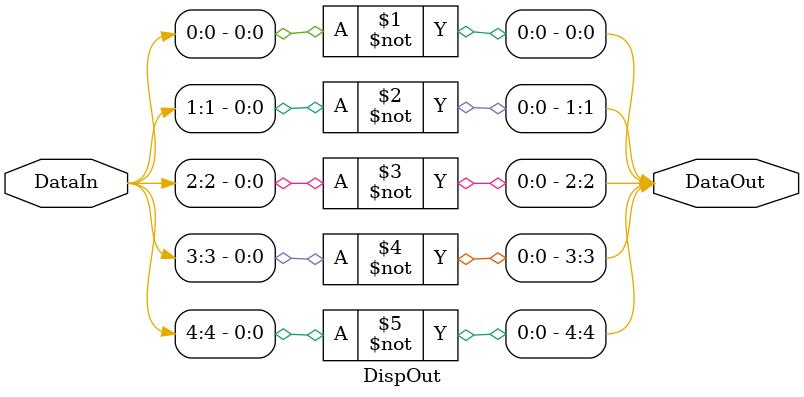
<source format=v>
module DispOut(DataOut,DataIn);

	output [4:0]	DataOut; 
	input  [4:0] 	DataIn;


// create the output as negative logic to assert the LEDS 
// Later this can become more elaborate to use 7-segments, LCDs, etc...

not(DataOut[0],DataIn[0]);
not(DataOut[1],DataIn[1]);
not(DataOut[2],DataIn[2]);
not(DataOut[3],DataIn[3]);
not(DataOut[4],DataIn[4]);


endmodule

</source>
